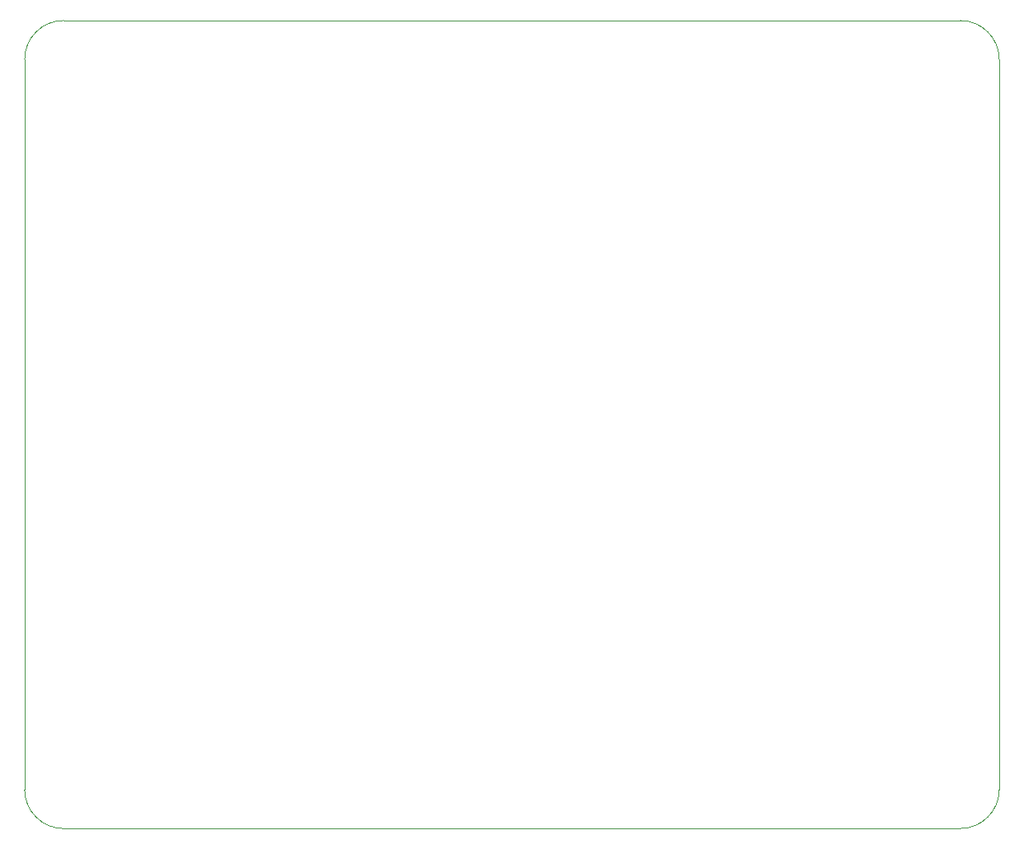
<source format=gbr>
%TF.GenerationSoftware,KiCad,Pcbnew,8.0.3*%
%TF.CreationDate,2024-07-22T22:22:34+10:00*%
%TF.ProjectId,MPPT,4d505054-2e6b-4696-9361-645f70636258,rev?*%
%TF.SameCoordinates,Original*%
%TF.FileFunction,Profile,NP*%
%FSLAX46Y46*%
G04 Gerber Fmt 4.6, Leading zero omitted, Abs format (unit mm)*
G04 Created by KiCad (PCBNEW 8.0.3) date 2024-07-22 22:22:34*
%MOMM*%
%LPD*%
G01*
G04 APERTURE LIST*
%TA.AperFunction,Profile*%
%ADD10C,0.050000*%
%TD*%
G04 APERTURE END LIST*
D10*
X210000000Y-116000000D02*
X118000000Y-116000000D01*
X214000000Y-37000000D02*
X214000000Y-112000000D01*
X118000000Y-116000000D02*
G75*
G02*
X114000000Y-112000000I0J4000000D01*
G01*
X214000000Y-112000000D02*
G75*
G02*
X210000000Y-116000000I-4000000J0D01*
G01*
X210000000Y-33000000D02*
G75*
G02*
X214000000Y-37000000I0J-4000000D01*
G01*
X114000000Y-37000000D02*
G75*
G02*
X118000000Y-33000000I4000000J0D01*
G01*
X114000000Y-112000000D02*
X114000000Y-37000000D01*
X118000000Y-33000000D02*
X210000000Y-33000000D01*
M02*

</source>
